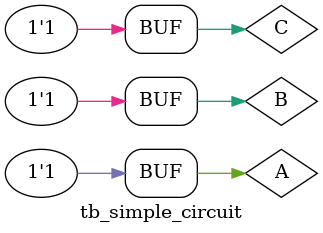
<source format=v>
module tb_simple_circuit;
  wire D, E;
  reg A, B, C;

  simple_circuit M1(A, B, C, D, E);

  initial begin
    A = 1'b0; B = 1'b0; C = 1'b0; #20;
    A = 1'b0; B = 1'b0; C = 1'b1; #20;
    A = 1'b0; B = 1'b1; C = 1'b0; #20;
    A = 1'b0; B = 1'b1; C = 1'b1; #20;
    A = 1'b1; B = 1'b0; C = 1'b0; #20;
    A = 1'b1; B = 1'b0; C = 1'b1; #20;
    A = 1'b1; B = 1'b1; C = 1'b0; #20;
    A = 1'b1; B = 1'b1; C = 1'b1; #20;
  end

  initial begin
    $monitor($time, " A=%b, B=%b, C=%b, D=%b, E=%b", A, B, C, D, E);
  end

  initial begin
    $dumpfile("tb_simple_circuit.vcd");
    $dumpvars(1, tb_simple_circuit); 
  end
endmodule


</source>
